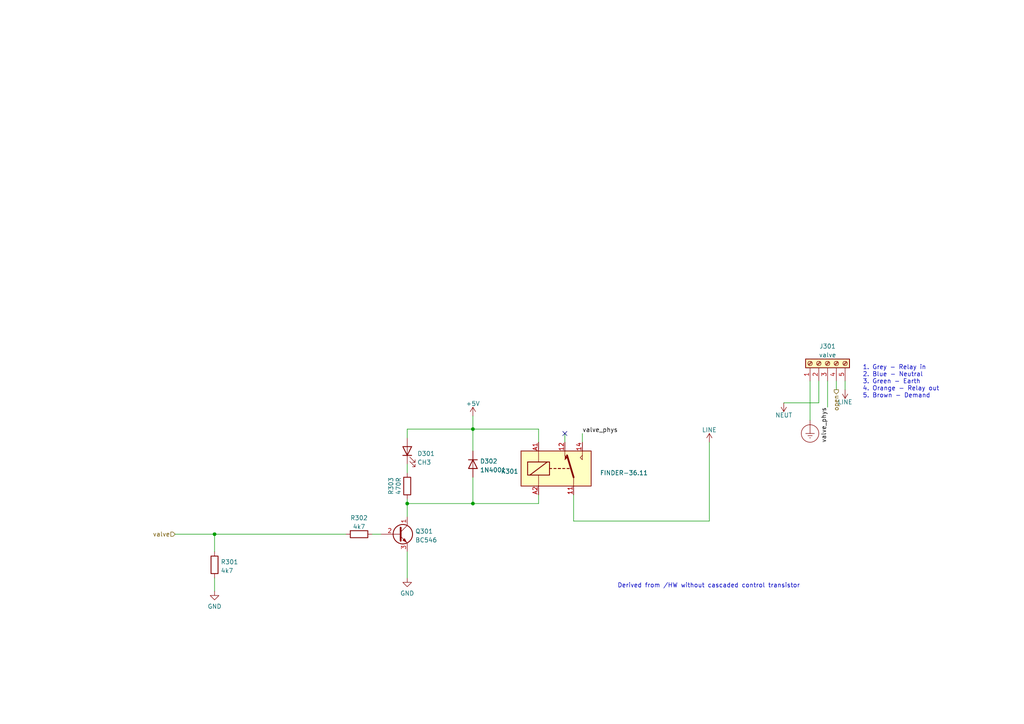
<source format=kicad_sch>
(kicad_sch (version 20211123) (generator eeschema)
  (paper "A4")
  (lib_symbols
    (symbol "Connector:Screw_Terminal_01x05" (pin_names (offset 1.016) hide)
      (property "Reference" "J" (at 0 7.62 0))
      (property "Value" "Screw_Terminal_01x05" (at 0 -7.62 0))
      (symbol "Screw_Terminal_01x05_1_1"
        (rectangle (start -1.27 6.35) (end 1.27 -6.35) (stroke (width 0.254)) (fill (type background)))
        (circle (center 0 -5.08) (radius 0.635) (stroke (width 0.1524)))
        (circle (center 0 -2.54) (radius 0.635) (stroke (width 0.1524)))
        (polyline (pts (xy -0.5334 -4.7498) (xy 0.3302 -5.588)) (stroke (width 0.1524)))
        (polyline (pts (xy -0.5334 -2.2098) (xy 0.3302 -3.048)) (stroke (width 0.1524)))
        (polyline (pts (xy -0.5334 0.3302) (xy 0.3302 -0.508)) (stroke (width 0.1524)))
        (polyline (pts (xy -0.5334 2.8702) (xy 0.3302 2.032)) (stroke (width 0.1524)))
        (polyline (pts (xy -0.5334 5.4102) (xy 0.3302 4.572)) (stroke (width 0.1524)))
        (polyline (pts (xy -0.3556 -4.572) (xy 0.508 -5.4102)) (stroke (width 0.1524)))
        (polyline (pts (xy -0.3556 -2.032) (xy 0.508 -2.8702)) (stroke (width 0.1524)))
        (polyline (pts (xy -0.3556 0.508) (xy 0.508 -0.3302)) (stroke (width 0.1524)))
        (polyline (pts (xy -0.3556 3.048) (xy 0.508 2.2098)) (stroke (width 0.1524)))
        (polyline (pts (xy -0.3556 5.588) (xy 0.508 4.7498)) (stroke (width 0.1524)))
        (circle (center 0 0) (radius 0.635) (stroke (width 0.1524)))
        (circle (center 0 2.54) (radius 0.635) (stroke (width 0.1524)))
        (circle (center 0 5.08) (radius 0.635) (stroke (width 0.1524)))
        (pin passive line (at -5.08 5.08 0) (length 3.81) (name "Pin_1") (number "1"))
        (pin passive line (at -5.08 2.54 0) (length 3.81) (name "Pin_2") (number "2"))
        (pin passive line (at -5.08 0 0) (length 3.81) (name "Pin_3") (number "3"))
        (pin passive line (at -5.08 -2.54 0) (length 3.81) (name "Pin_4") (number "4"))
        (pin passive line (at -5.08 -5.08 0) (length 3.81) (name "Pin_5") (number "5"))
      )
    )
    (symbol "Device:LED" (pin_numbers hide) (pin_names (offset 1.016) hide)
      (property "Reference" "D" (at 0 2.54 0))
      (property "Value" "LED" (at 0 -2.54 0))
      (symbol "LED_0_1"
        (polyline (pts (xy -1.27 -1.27) (xy -1.27 1.27)) (stroke (width 0.254)))
        (polyline (pts (xy -1.27 0) (xy 1.27 0)))
        (polyline (pts (xy 1.27 -1.27) (xy 1.27 1.27) (xy -1.27 0) (xy 1.27 -1.27)) (stroke (width 0.254)))
        (polyline (pts (xy -3.048 -0.762) (xy -4.572 -2.286) (xy -3.81 -2.286) (xy -4.572 -2.286) (xy -4.572 -1.524)))
        (polyline (pts (xy -1.778 -0.762) (xy -3.302 -2.286) (xy -2.54 -2.286) (xy -3.302 -2.286) (xy -3.302 -1.524)))
      )
      (symbol "LED_1_1"
        (pin passive line (at -3.81 0 0) (length 2.54) (name "K") (number "1"))
        (pin passive line (at 3.81 0 180) (length 2.54) (name "A") (number "2"))
      )
    )
    (symbol "Device:R" (pin_numbers hide) (pin_names (offset 0))
      (property "Reference" "R" (at 2.032 0 90))
      (property "Value" "R" (at 0 0 90))
      (symbol "R_0_1"
        (rectangle (start -1.016 -2.54) (end 1.016 2.54) (stroke (width 0.254)))
      )
      (symbol "R_1_1"
        (pin passive line (at 0 3.81 270) (length 1.27) (name "~") (number "1"))
        (pin passive line (at 0 -3.81 90) (length 1.27) (name "~") (number "2"))
      )
    )
    (symbol "Diode:1N4001" (pin_numbers hide) (pin_names (offset 1.016) hide)
      (property "Reference" "D" (at 0 2.54 0))
      (property "Value" "1N4001" (at 0 -2.54 0))
      (symbol "1N4001_0_1"
        (polyline (pts (xy -1.27 1.27) (xy -1.27 -1.27)) (stroke (width 0.254)))
        (polyline (pts (xy 1.27 0) (xy -1.27 0)))
        (polyline (pts (xy 1.27 1.27) (xy 1.27 -1.27) (xy -1.27 0) (xy 1.27 1.27)) (stroke (width 0.254)))
      )
      (symbol "1N4001_1_1"
        (pin passive line (at -3.81 0 0) (length 2.54) (name "K") (number "1"))
        (pin passive line (at 3.81 0 180) (length 2.54) (name "A") (number "2"))
      )
    )
    (symbol "Transistor_BJT:BC546" (pin_names (offset 0) hide)
      (property "Reference" "Q" (at 5.08 1.905 0))
      (property "Value" "BC546" (at 5.08 0 0))
      (symbol "BC546_0_1"
        (polyline (pts (xy 0 0) (xy 0.635 0)))
        (polyline (pts (xy 0.635 0.635) (xy 2.54 2.54)))
        (polyline (pts (xy 0.635 -0.635) (xy 2.54 -2.54) (xy 2.54 -2.54)))
        (polyline (pts (xy 0.635 1.905) (xy 0.635 -1.905) (xy 0.635 -1.905)) (stroke (width 0.508)))
        (polyline (pts (xy 1.27 -1.778) (xy 1.778 -1.27) (xy 2.286 -2.286) (xy 1.27 -1.778) (xy 1.27 -1.778)) (fill (type outline)))
        (circle (center 1.27 0) (radius 2.8194) (stroke (width 0.254)))
      )
      (symbol "BC546_1_1"
        (pin passive line (at 2.54 5.08 270) (length 2.54) (name "C") (number "1"))
        (pin input line (at -5.08 0 0) (length 5.08) (name "B") (number "2"))
        (pin passive line (at 2.54 -5.08 90) (length 2.54) (name "E") (number "3"))
      )
    )
    (symbol "edd:FINDER-36.11"
      (property "Reference" "K" (at 11.43 3.81 0))
      (property "Value" "FINDER-36.11" (at 11.43 1.27 0))
      (symbol "FINDER-36.11_0_0"
        (polyline (pts (xy 2.54 3.81) (xy 2.54 5.08)))
        (polyline (pts (xy 7.62 3.81) (xy 7.62 5.08)))
        (polyline (pts (xy 7.62 3.81) (xy 7.62 2.54) (xy 6.985 3.175) (xy 7.62 3.81)))
      )
      (symbol "FINDER-36.11_0_1"
        (rectangle (start -10.16 5.08) (end 10.16 -5.08) (stroke (width 0.254)) (fill (type background)))
        (rectangle (start -8.255 1.905) (end -1.905 -1.905) (stroke (width 0.254)))
        (polyline (pts (xy -7.62 -1.905) (xy -2.54 1.905)) (stroke (width 0.254)))
        (polyline (pts (xy -5.08 -5.08) (xy -5.08 -1.905)))
        (polyline (pts (xy -5.08 5.08) (xy -5.08 1.905)))
        (polyline (pts (xy -1.905 0) (xy -1.27 0)) (stroke (width 0.254)))
        (polyline (pts (xy -0.635 0) (xy 0 0)) (stroke (width 0.254)))
        (polyline (pts (xy 0.635 0) (xy 1.27 0)) (stroke (width 0.254)))
        (polyline (pts (xy 0.635 0) (xy 1.27 0)) (stroke (width 0.254)))
        (polyline (pts (xy 1.905 0) (xy 2.54 0)) (stroke (width 0.254)))
        (polyline (pts (xy 3.175 0) (xy 3.81 0)) (stroke (width 0.254)))
        (polyline (pts (xy 5.08 -2.54) (xy 3.175 3.81)) (stroke (width 0.508)))
        (polyline (pts (xy 5.08 -2.54) (xy 5.08 -5.08)))
        (polyline (pts (xy 2.54 2.54) (xy 3.175 3.175) (xy 2.54 3.81)) (fill (type outline)))
      )
      (symbol "FINDER-36.11_1_1"
        (pin passive line (at 5.08 -7.62 90) (length 2.54) (name "~") (number "11"))
        (pin passive line (at 2.54 7.62 270) (length 2.54) (name "~") (number "12"))
        (pin passive line (at 7.62 7.62 270) (length 2.54) (name "~") (number "14"))
        (pin passive line (at -5.08 7.62 270) (length 2.54) (name "~") (number "A1"))
        (pin passive line (at -5.08 -7.62 90) (length 2.54) (name "~") (number "A2"))
      )
    )
    (symbol "edd:L" (power) (pin_names (offset 0))
      (property "Value" "L" (at 0 3.81 0))
      (symbol "L_0_1"
        (polyline (pts (xy -0.762 1.27) (xy 0 2.54)))
        (polyline (pts (xy 0 0) (xy 0 2.54)))
        (polyline (pts (xy 0 2.54) (xy 0.762 1.27)))
      )
      (symbol "L_1_1"
        (pin power_in line (at 0 0 90) (length 0) hide (name "LINE") (number "1"))
      )
    )
    (symbol "edd:N" (power) (pin_names (offset 0))
      (property "Value" "N" (at 0 3.5758 0))
      (symbol "N_0_1"
        (polyline (pts (xy -0.762 1.27) (xy 0 2.54)))
        (polyline (pts (xy 0 0) (xy 0 2.54)))
        (polyline (pts (xy 0 2.54) (xy 0.762 1.27)))
      )
      (symbol "N_1_1"
        (pin power_in line (at 0 0 90) (length 0) hide (name "NEUT") (number "1"))
      )
    )
    (symbol "power:+5V" (power) (pin_names (offset 0))
      (property "Value" "+5V" (at 0 3.556 0))
      (symbol "+5V_0_1"
        (polyline (pts (xy -0.762 1.27) (xy 0 2.54)))
        (polyline (pts (xy 0 0) (xy 0 2.54)))
        (polyline (pts (xy 0 2.54) (xy 0.762 1.27)))
      )
      (symbol "+5V_1_1"
        (pin power_in line (at 0 0 90) (length 0) hide (name "+5V") (number "1"))
      )
    )
    (symbol "power:Earth_Protective" (power) (pin_names (offset 0))
      (symbol "Earth_Protective_0_1"
        (circle (center 0 -3.81) (radius 2.54))
        (polyline (pts (xy -0.635 -4.445) (xy 0.635 -4.445)))
        (polyline (pts (xy -0.127 -5.08) (xy 0.127 -5.08)))
        (polyline (pts (xy 0 -3.81) (xy 0 0)))
        (polyline (pts (xy 1.27 -3.81) (xy -1.27 -3.81)))
      )
      (symbol "Earth_Protective_1_1"
        (pin power_in line (at 0 0 270) (length 0) hide (name "Earth_Protective") (number "1"))
      )
    )
    (symbol "power:GND" (power) (pin_names (offset 0))
      (property "Value" "GND" (at 0 -3.81 0))
      (symbol "GND_0_1"
        (polyline (pts (xy 0 0) (xy 0 -1.27) (xy 1.27 -1.27) (xy 0 -2.54) (xy -1.27 -1.27) (xy 0 -1.27)))
      )
      (symbol "GND_1_1"
        (pin power_in line (at 0 0 270) (length 0) hide (name "GND") (number "1"))
      )
    )
  )
  (junction (at 118.11 146.05))
  (junction (at 62.23 154.94))
  (junction (at 137.16 124.46))
  (junction (at 137.16 146.05))
  (no_connect (at 163.83 125.73))
  (wire (pts (xy 168.91 125.73) (xy 168.91 128.27)))
  (wire (pts (xy 137.16 138.43) (xy 137.16 146.05)))
  (wire (pts (xy 118.11 124.46) (xy 118.11 127)))
  (wire (pts (xy 245.11 110.49) (xy 245.11 113.03)))
  (wire (pts (xy 118.11 146.05) (xy 137.16 146.05)))
  (wire (pts (xy 118.11 146.05) (xy 118.11 149.86)))
  (wire (pts (xy 137.16 124.46) (xy 156.21 124.46)))
  (wire (pts (xy 107.95 154.94) (xy 110.49 154.94)))
  (wire (pts (xy 62.23 154.94) (xy 62.23 160.02)))
  (wire (pts (xy 118.11 160.02) (xy 118.11 167.64)))
  (wire (pts (xy 163.83 125.73) (xy 163.83 128.27)))
  (wire (pts (xy 137.16 124.46) (xy 137.16 130.81)))
  (wire (pts (xy 166.37 151.13) (xy 205.74 151.13)))
  (wire (pts (xy 156.21 146.05) (xy 156.21 143.51)))
  (wire (pts (xy 50.8 154.94) (xy 62.23 154.94)))
  (wire (pts (xy 118.11 144.78) (xy 118.11 146.05)))
  (wire (pts (xy 118.11 137.16) (xy 118.11 134.62)))
  (wire (pts (xy 156.21 128.27) (xy 156.21 124.46)))
  (wire (pts (xy 137.16 120.65) (xy 137.16 124.46)))
  (wire (pts (xy 234.95 110.49) (xy 234.95 121.92)))
  (wire (pts (xy 237.49 116.84) (xy 227.33 116.84)))
  (wire (pts (xy 166.37 143.51) (xy 166.37 151.13)))
  (wire (pts (xy 240.03 110.49) (xy 240.03 118.11)))
  (wire (pts (xy 62.23 154.94) (xy 100.33 154.94)))
  (wire (pts (xy 205.74 128.27) (xy 205.74 151.13)))
  (wire (pts (xy 118.11 124.46) (xy 137.16 124.46)))
  (wire (pts (xy 62.23 167.64) (xy 62.23 171.45)))
  (wire (pts (xy 242.57 110.49) (xy 242.57 113.03)))
  (wire (pts (xy 237.49 110.49) (xy 237.49 116.84)))
  (wire (pts (xy 137.16 146.05) (xy 156.21 146.05)))
  (text "Derived from /HW without cascaded control transistor\n " (at 179.07 172.72 0) (effects (font (size 1.27 1.27)) (justify left bottom)))
  (text "1. Grey - Relay in\n2. Blue - Neutral\n3. Green - Earth\n4. Orange - Relay out\n5. Brown - Demand\n" (at 250.19 115.57 0) (effects (font (size 1.27 1.27)) (justify left bottom)))
  (label "valve_phys" (at 240.03 118.11 270))
  (label "valve_phys" (at 168.91 125.73 0))
  (hierarchical_label "open" (shape output) (at 242.57 113.03 270))
  (hierarchical_label "valve" (shape input) (at 50.8 154.94 180))
  (symbol (lib_id "Device:LED") (at 118.11 130.81 90) (unit 1)
    (property "Reference" "D301" (at 121.031 131.5628 90) (effects (justify right)))
    (property "Value" "CH3" (at 121.031 134.0997 90) (effects (justify right)))
    (property "Footprint" "LED_SMD:LED_1206_3216Metric_Pad1.42x1.75mm_HandSolder" (effects hide))
  )
  (symbol (lib_id "power:GND") (at 118.11 167.64 0) (unit 1)
    (property "Reference" "#PWR0302" (effects hide))
    (property "Value" "GND" (at 118.11 172.0834 0))
  )
  (symbol (lib_id "edd:FINDER-36.11") (at 161.29 135.89 0) (unit 1)
    (property "Reference" "K301" (at 150.3681 136.7247 0) (effects (justify right)))
    (property "Value" "FINDER-36.11" (at 187.96 137.16 0) (effects (justify right)))
    (property "Footprint" "Relay_THT:Relay_SPDT_Finder_36.11" (effects hide))
  )
  (symbol (lib_id "edd:N") (at 227.33 116.84 180) (unit 1)
    (property "Reference" "#PWR0305" (effects hide))
    (property "Value" "N" (at 227.33 120.4158 0))
  )
  (symbol (lib_id "power:GND") (at 62.23 171.45 0) (unit 1)
    (property "Reference" "#PWR0301" (effects hide))
    (property "Value" "GND" (at 62.23 175.8934 0))
  )
  (symbol (lib_id "Device:R") (at 62.23 163.83 0) (unit 1)
    (property "Reference" "R301" (at 64.008 162.9953 0) (effects (justify left)))
    (property "Value" "4k7" (at 64.008 165.5322 0) (effects (justify left)))
    (property "Footprint" "Resistor_SMD:R_0805_2012Metric_Pad1.20x1.40mm_HandSolder" (effects hide))
  )
  (symbol (lib_id "power:+5V") (at 137.16 120.65 0) (unit 1)
    (property "Reference" "#PWR0303" (effects hide))
    (property "Value" "+5V" (at 137.16 117.0742 0))
  )
  (symbol (lib_id "edd:L") (at 245.11 113.03 180) (unit 1)
    (property "Reference" "#PWR0307" (effects hide))
    (property "Value" "L" (at 245.11 116.6058 0))
  )
  (symbol (lib_id "Diode:1N4001") (at 137.16 134.62 270) (unit 1)
    (property "Reference" "D302" (at 139.192 133.7853 90) (effects (justify left)))
    (property "Value" "1N4001" (at 139.192 136.3222 90) (effects (justify left)))
    (property "Footprint" "edd:D_DO-41_SOD81_P12mm_Horizontal" (effects hide))
    (property "Datasheet" "http://www.vishay.com/docs/88503/1n4001.pdf" (effects hide))
  )
  (symbol (lib_id "Connector:Screw_Terminal_01x05") (at 240.03 105.41 90) (unit 1)
    (property "Reference" "J301" (at 240.03 100.4402 90))
    (property "Value" "valve" (at 240.03 102.9771 90))
    (property "Footprint" "edd:CAMDENBOSS CTB0700_5" (effects hide))
  )
  (symbol (lib_id "power:Earth_Protective") (at 234.95 121.92 0) (unit 1)
    (property "Reference" "#PWR0306" (effects hide))
    (property "Value" "Earth_Protective" (effects hide))
  )
  (symbol (lib_id "Transistor_BJT:BC546") (at 115.57 154.94 0) (unit 1)
    (property "Reference" "Q301" (at 120.4214 154.1053 0) (effects (justify left)))
    (property "Value" "BC546" (at 120.4214 156.6422 0) (effects (justify left)))
    (property "Footprint" "edd:TO-92_Inline" (effects hide))
    (property "Datasheet" "https://www.onsemi.com/pub/Collateral/BC550-D.pdf" (effects hide))
  )
  (symbol (lib_id "Device:R") (at 118.11 140.97 180) (unit 1)
    (property "Reference" "R303" (at 113.3942 140.97 90))
    (property "Value" "470R" (at 115.57 140.97 90))
    (property "Footprint" "Resistor_SMD:R_0805_2012Metric_Pad1.20x1.40mm_HandSolder" (effects hide))
  )
  (symbol (lib_id "Device:R") (at 104.14 154.94 90) (unit 1)
    (property "Reference" "R302" (at 104.14 150.2242 90))
    (property "Value" "4k7" (at 104.14 152.7611 90))
    (property "Footprint" "Resistor_SMD:R_0805_2012Metric_Pad1.20x1.40mm_HandSolder" (effects hide))
  )
  (symbol (lib_id "edd:L") (at 205.74 128.27 0) (unit 1)
    (property "Reference" "#PWR0304" (effects hide))
    (property "Value" "L" (at 205.74 124.6942 0))
  )
)
</source>
